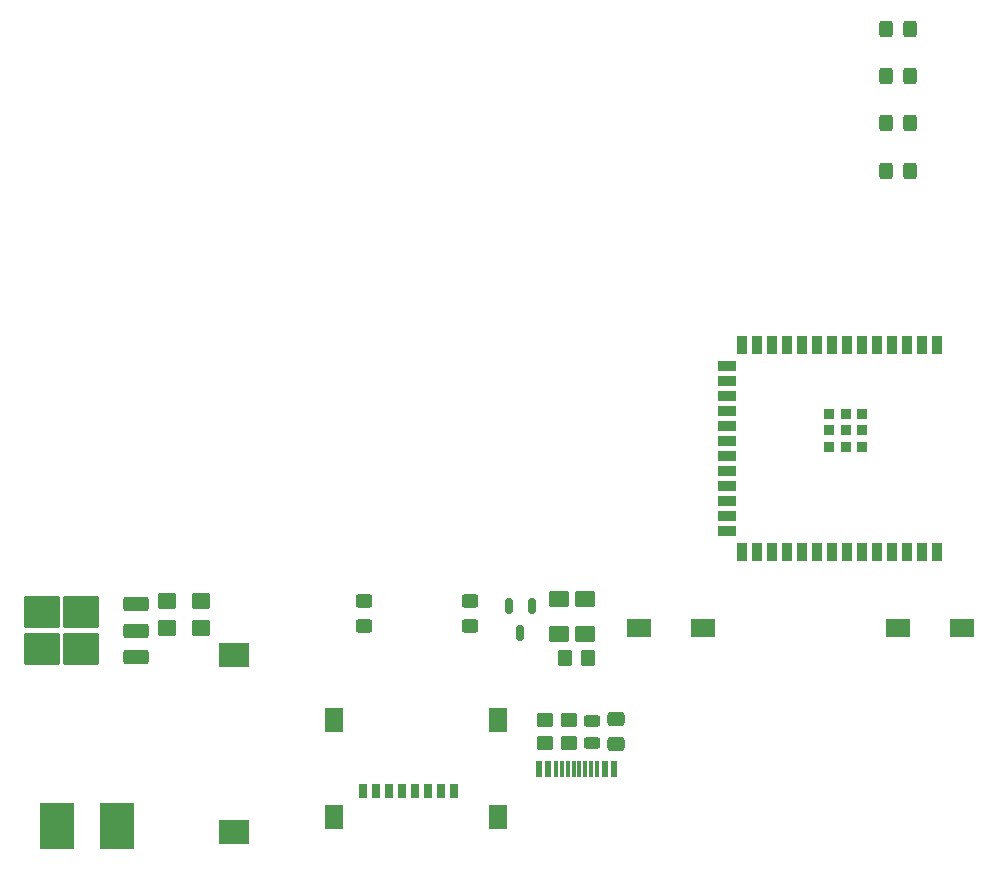
<source format=gtp>
G04 #@! TF.GenerationSoftware,KiCad,Pcbnew,8.0.4*
G04 #@! TF.CreationDate,2024-11-10T19:37:50+01:00*
G04 #@! TF.ProjectId,SchrackCounter,53636872-6163-46b4-936f-756e7465722e,v0.0.4*
G04 #@! TF.SameCoordinates,Original*
G04 #@! TF.FileFunction,Paste,Top*
G04 #@! TF.FilePolarity,Positive*
%FSLAX46Y46*%
G04 Gerber Fmt 4.6, Leading zero omitted, Abs format (unit mm)*
G04 Created by KiCad (PCBNEW 8.0.4) date 2024-11-10 19:37:50*
%MOMM*%
%LPD*%
G01*
G04 APERTURE LIST*
G04 Aperture macros list*
%AMRoundRect*
0 Rectangle with rounded corners*
0 $1 Rounding radius*
0 $2 $3 $4 $5 $6 $7 $8 $9 X,Y pos of 4 corners*
0 Add a 4 corners polygon primitive as box body*
4,1,4,$2,$3,$4,$5,$6,$7,$8,$9,$2,$3,0*
0 Add four circle primitives for the rounded corners*
1,1,$1+$1,$2,$3*
1,1,$1+$1,$4,$5*
1,1,$1+$1,$6,$7*
1,1,$1+$1,$8,$9*
0 Add four rect primitives between the rounded corners*
20,1,$1+$1,$2,$3,$4,$5,0*
20,1,$1+$1,$4,$5,$6,$7,0*
20,1,$1+$1,$6,$7,$8,$9,0*
20,1,$1+$1,$8,$9,$2,$3,0*%
G04 Aperture macros list end*
%ADD10RoundRect,0.250001X-0.624999X0.462499X-0.624999X-0.462499X0.624999X-0.462499X0.624999X0.462499X0*%
%ADD11R,2.000000X1.600000*%
%ADD12RoundRect,0.243750X-0.456250X0.243750X-0.456250X-0.243750X0.456250X-0.243750X0.456250X0.243750X0*%
%ADD13R,2.500000X2.000000*%
%ADD14RoundRect,0.250000X0.450000X-0.350000X0.450000X0.350000X-0.450000X0.350000X-0.450000X-0.350000X0*%
%ADD15RoundRect,0.150000X-0.150000X0.512500X-0.150000X-0.512500X0.150000X-0.512500X0.150000X0.512500X0*%
%ADD16RoundRect,0.250000X0.850000X0.350000X-0.850000X0.350000X-0.850000X-0.350000X0.850000X-0.350000X0*%
%ADD17RoundRect,0.250000X1.275000X1.125000X-1.275000X1.125000X-1.275000X-1.125000X1.275000X-1.125000X0*%
%ADD18RoundRect,0.250000X-0.325000X-0.450000X0.325000X-0.450000X0.325000X0.450000X-0.325000X0.450000X0*%
%ADD19RoundRect,0.250000X0.450000X-0.325000X0.450000X0.325000X-0.450000X0.325000X-0.450000X-0.325000X0*%
%ADD20RoundRect,0.250000X-0.537500X-0.425000X0.537500X-0.425000X0.537500X0.425000X-0.537500X0.425000X0*%
%ADD21RoundRect,0.250000X-0.350000X-0.450000X0.350000X-0.450000X0.350000X0.450000X-0.350000X0.450000X0*%
%ADD22R,0.600000X1.320000*%
%ADD23R,0.300000X1.320000*%
%ADD24R,0.800000X1.200000*%
%ADD25R,1.500000X2.000000*%
%ADD26R,3.000000X4.000000*%
%ADD27RoundRect,0.250000X-0.475000X0.337500X-0.475000X-0.337500X0.475000X-0.337500X0.475000X0.337500X0*%
%ADD28R,0.900000X1.500000*%
%ADD29R,1.500000X0.900000*%
%ADD30R,0.900000X0.900000*%
G04 APERTURE END LIST*
D10*
X204750000Y-116342500D03*
X204750000Y-119317500D03*
D11*
X238850000Y-118830000D03*
X233450000Y-118830000D03*
D12*
X207600000Y-126642500D03*
X207600000Y-128517500D03*
D13*
X177250000Y-121080000D03*
X177250000Y-136080000D03*
D14*
X203600000Y-128580000D03*
X203600000Y-126580000D03*
D15*
X202450000Y-116942500D03*
X200550000Y-116942500D03*
X201500000Y-119217500D03*
D16*
X168950000Y-121297500D03*
X168950000Y-119017500D03*
D17*
X164325000Y-120542500D03*
X164325000Y-117492500D03*
X160975000Y-120542500D03*
X160975000Y-117492500D03*
D16*
X168950000Y-116737500D03*
D18*
X232475000Y-80080000D03*
X234525000Y-80080000D03*
D19*
X188250000Y-118605000D03*
X188250000Y-116555000D03*
D20*
X171562500Y-116530000D03*
X174437500Y-116530000D03*
D18*
X232475000Y-68080000D03*
X234525000Y-68080000D03*
D14*
X205600000Y-128580000D03*
X205600000Y-126580000D03*
D18*
X232475000Y-72080000D03*
X234525000Y-72080000D03*
D20*
X171562500Y-118780000D03*
X174437500Y-118780000D03*
D19*
X197250000Y-118605000D03*
X197250000Y-116555000D03*
D21*
X205250000Y-121330000D03*
X207250000Y-121330000D03*
D10*
X207000000Y-116342500D03*
X207000000Y-119317500D03*
D22*
X203050000Y-130702500D03*
X203850000Y-130702500D03*
D23*
X205000000Y-130702500D03*
X206000000Y-130702500D03*
X206500000Y-130702500D03*
X207500000Y-130702500D03*
D22*
X209450000Y-130702500D03*
X208650000Y-130702500D03*
D23*
X208000000Y-130702500D03*
X207000000Y-130702500D03*
X205500000Y-130702500D03*
X204500000Y-130702500D03*
D18*
X232475000Y-76080000D03*
X234525000Y-76080000D03*
D24*
X195875000Y-132617500D03*
X194775000Y-132617500D03*
X193675000Y-132617500D03*
X192575000Y-132617500D03*
X191475000Y-132617500D03*
X190375000Y-132617500D03*
X189275000Y-132617500D03*
X188175000Y-132617500D03*
D25*
X185705000Y-134817500D03*
X185705000Y-126617500D03*
X199595000Y-126617500D03*
X199595000Y-134817500D03*
D11*
X211550000Y-118830000D03*
X216950000Y-118830000D03*
D26*
X167365000Y-135540000D03*
X162285000Y-135540000D03*
D27*
X209600000Y-126542500D03*
X209600000Y-128617500D03*
D28*
X236760000Y-94830000D03*
X235490000Y-94830000D03*
X234220000Y-94830000D03*
X232950000Y-94830000D03*
X231680000Y-94830000D03*
X230410000Y-94830000D03*
X229140000Y-94830000D03*
X227870000Y-94830000D03*
X226600000Y-94830000D03*
X225330000Y-94830000D03*
X224060000Y-94830000D03*
X222790000Y-94830000D03*
X221520000Y-94830000D03*
X220250000Y-94830000D03*
D29*
X219000000Y-96595000D03*
X219000000Y-97865000D03*
X219000000Y-99135000D03*
X219000000Y-100405000D03*
X219000000Y-101675000D03*
X219000000Y-102945000D03*
X219000000Y-104215000D03*
X219000000Y-105485000D03*
X219000000Y-106755000D03*
X219000000Y-108025000D03*
X219000000Y-109295000D03*
X219000000Y-110565000D03*
D28*
X220250000Y-112330000D03*
X221520000Y-112330000D03*
X222790000Y-112330000D03*
X224060000Y-112330000D03*
X225330000Y-112330000D03*
X226600000Y-112330000D03*
X227870000Y-112330000D03*
X229140000Y-112330000D03*
X230410000Y-112330000D03*
X231680000Y-112330000D03*
X232950000Y-112330000D03*
X234220000Y-112330000D03*
X235490000Y-112330000D03*
X236760000Y-112330000D03*
D30*
X230440000Y-100680000D03*
X229040000Y-100680000D03*
X227640000Y-100680000D03*
X227640000Y-100680000D03*
X230440000Y-102080000D03*
X230440000Y-102080000D03*
X229040000Y-102080000D03*
X227640000Y-102080000D03*
X230440000Y-103480000D03*
X229040000Y-103480000D03*
X227640000Y-103480000D03*
M02*

</source>
